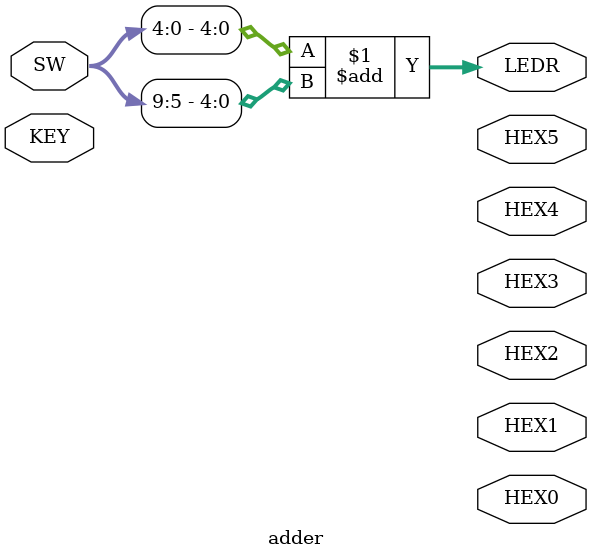
<source format=v>


module adder(

	//////////// SEG7 //////////
	output		     [7:0]		HEX0,
	output		     [7:0]		HEX1,
	output		     [7:0]		HEX2,
	output		     [7:0]		HEX3,
	output		     [7:0]		HEX4,
	output		     [7:0]		HEX5,

	//////////// KEY //////////
	input 		     [1:0]		KEY,

	//////////// LED //////////
	output		     [9:0]		LEDR,

	//////////// SW //////////
	input 		     [9:0]		SW
);



//=======================================================
//  REG/WIRE declarations
//=======================================================




//=======================================================
//  Structural coding
//=======================================================
assign LEDR[9:0] = SW[4:0] + SW[9:5];


endmodule

</source>
